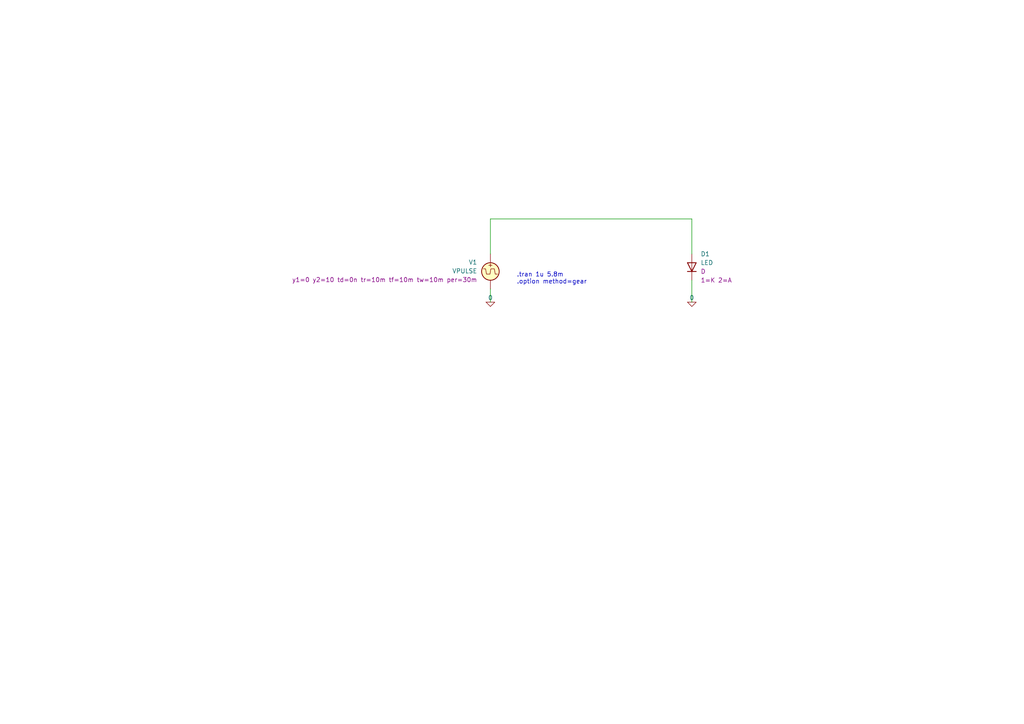
<source format=kicad_sch>
(kicad_sch (version 20230121) (generator eeschema)
  (paper "A4")
  (lib_symbols
    (symbol "Simulation_SPICE:0" (power) (pin_names (offset 0))
      (property "Value" "0" (at 0 -1.778 0))
      (symbol "0_0_1"
        (polyline (pts (xy -1.27 0) (xy 0 -1.27) (xy 1.27 0) (xy -1.27 0)))
      )
      (symbol "0_1_1"
        (pin power_in line (at 0 0 0) (length 0) hide (name "0") (number "1"))
      )
    )
    (symbol "Simulation_SPICE:D" (pin_numbers hide) (pin_names (offset 1.016) hide)
      (property "Reference" "D" (at 0 2.54 0))
      (property "Value" "D" (at 0 -2.54 0))
      (property "Sim.Device" "D" (at 0 0 0))
      (property "Sim.Pins" "1=K 2=A" (at 0 0 0))
      (symbol "D_0_1"
        (polyline (pts (xy -1.27 1.27) (xy -1.27 -1.27)) (stroke (width 0.254)))
        (polyline (pts (xy 1.27 0) (xy -1.27 0)))
        (polyline (pts (xy 1.27 1.27) (xy 1.27 -1.27) (xy -1.27 0) (xy 1.27 1.27)) (stroke (width 0.254)))
      )
      (symbol "D_1_1"
        (pin passive line (at -3.81 0 0) (length 2.54) (name "K") (number "1"))
        (pin passive line (at 3.81 0 180) (length 2.54) (name "A") (number "2"))
      )
    )
    (symbol "Simulation_SPICE:VPULSE" (pin_numbers hide) (pin_names (offset 0.0254))
      (property "Reference" "V" (at 2.54 2.54 0))
      (property "Value" "VPULSE" (at 2.54 0 0))
      (property "Sim.Params" "y1=0 y2=1 td=2n tr=2n tf=2n tw=50n per=100n" (at 2.54 -2.54 0))
      (symbol "VPULSE_0_0"
        (polyline (pts (xy -2.032 -0.762) (xy -1.397 -0.762) (xy -1.143 0.762) (xy -0.127 0.762) (xy 0.127 -0.762) (xy 1.143 -0.762) (xy 1.397 0.762) (xy 2.032 0.762)))
        (text "+" (at 0 1.905 0) (effects (font (size 1.27 1.27))))
      )
      (symbol "VPULSE_0_1"
        (circle (center 0 0) (radius 2.54) (stroke (width 0.254)) (fill (type background)))
      )
      (symbol "VPULSE_1_1"
        (pin passive line (at 0 5.08 270) (length 2.54) (name "~") (number "1"))
        (pin passive line (at 0 -5.08 90) (length 2.54) (name "~") (number "2"))
      )
    )
  )
  (wire (pts (xy 142.24 83.82) (xy 142.24 87.63)))
  (wire (pts (xy 200.66 81.28) (xy 200.66 87.63)))
  (wire (pts (xy 142.24 63.5) (xy 142.24 73.66)))
  (wire (pts (xy 142.24 63.5) (xy 200.66 63.5)))
  (wire (pts (xy 200.66 63.5) (xy 200.66 73.66)))
  (text ".tran 1u 5.8m \n.option method=gear" (at 149.86 82.55 0) (effects (font (size 1.27 1.27)) (justify left bottom)))
  (symbol (lib_id "Simulation_SPICE:VPULSE") (at 142.24 78.74 0) (mirror y) (unit 1)
    (property "Reference" "V1" (at 138.43 76.0702 0) (effects (justify left)))
    (property "Value" "VPULSE" (at 138.43 78.6102 0) (effects (justify left)))
    (property "Sim.Pins" "1=+ 2=-" (effects hide))
    (property "Sim.Type" "PULSE" (effects hide))
    (property "Sim.Device" "V" (effects hide))
    (property "Sim.Params" "y1=0 y2=10 td=0n tr=10m tf=10m tw=10m per=30m" (at 138.43 81.1502 0) (effects (justify left)))
  )
  (symbol (lib_id "Simulation_SPICE:0") (at 200.66 87.63 0) (unit 1)
    (property "Reference" "#GND03" (effects hide))
    (property "Value" "0" (at 200.66 86.36 0))
  )
  (symbol (lib_id "Simulation_SPICE:D") (at 200.66 77.47 90) (unit 1)
    (property "Reference" "D1" (at 203.2 73.66 90) (effects (justify right)))
    (property "Value" "LED" (at 203.2 76.2 90) (effects (justify right)))
    (property "Sim.Device" "D" (at 203.2 78.74 90) (effects (justify right)))
    (property "Sim.Pins" "1=K 2=A" (at 203.2 81.28 90) (effects (justify right)))
    (property "Sim.Params" "is=0.10139n rs=0 n=11.453" (effects hide))
  )
  (symbol (lib_id "Simulation_SPICE:0") (at 142.24 87.63 0) (unit 1)
    (property "Reference" "#GND02" (effects hide))
    (property "Value" "0" (at 142.24 86.36 0))
  )
)
</source>
